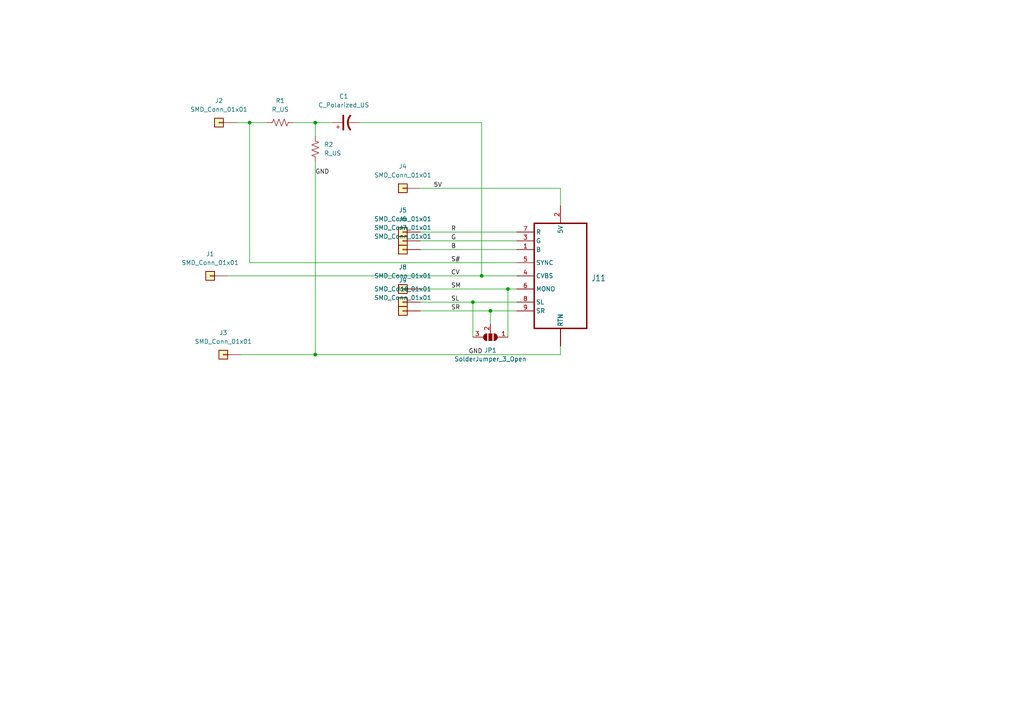
<source format=kicad_sch>
(kicad_sch (version 20211123) (generator eeschema)

  (uuid f3daa2d1-18c0-449f-861c-a384bc330c11)

  (paper "A4")

  (lib_symbols
    (symbol "Device:C_Polarized_US" (pin_numbers hide) (pin_names (offset 0.254) hide) (in_bom yes) (on_board yes)
      (property "Reference" "C" (id 0) (at 0.635 2.54 0)
        (effects (font (size 1.27 1.27)) (justify left))
      )
      (property "Value" "C_Polarized_US" (id 1) (at 0.635 -2.54 0)
        (effects (font (size 1.27 1.27)) (justify left))
      )
      (property "Footprint" "" (id 2) (at 0 0 0)
        (effects (font (size 1.27 1.27)) hide)
      )
      (property "Datasheet" "~" (id 3) (at 0 0 0)
        (effects (font (size 1.27 1.27)) hide)
      )
      (property "ki_keywords" "cap capacitor" (id 4) (at 0 0 0)
        (effects (font (size 1.27 1.27)) hide)
      )
      (property "ki_description" "Polarized capacitor, US symbol" (id 5) (at 0 0 0)
        (effects (font (size 1.27 1.27)) hide)
      )
      (property "ki_fp_filters" "CP_*" (id 6) (at 0 0 0)
        (effects (font (size 1.27 1.27)) hide)
      )
      (symbol "C_Polarized_US_0_1"
        (polyline
          (pts
            (xy -2.032 0.762)
            (xy 2.032 0.762)
          )
          (stroke (width 0.508) (type default) (color 0 0 0 0))
          (fill (type none))
        )
        (polyline
          (pts
            (xy -1.778 2.286)
            (xy -0.762 2.286)
          )
          (stroke (width 0) (type default) (color 0 0 0 0))
          (fill (type none))
        )
        (polyline
          (pts
            (xy -1.27 1.778)
            (xy -1.27 2.794)
          )
          (stroke (width 0) (type default) (color 0 0 0 0))
          (fill (type none))
        )
        (arc (start 2.032 -1.27) (mid 0 -0.5572) (end -2.032 -1.27)
          (stroke (width 0.508) (type default) (color 0 0 0 0))
          (fill (type none))
        )
      )
      (symbol "C_Polarized_US_1_1"
        (pin passive line (at 0 3.81 270) (length 2.794)
          (name "~" (effects (font (size 1.27 1.27))))
          (number "1" (effects (font (size 1.27 1.27))))
        )
        (pin passive line (at 0 -3.81 90) (length 3.302)
          (name "~" (effects (font (size 1.27 1.27))))
          (number "2" (effects (font (size 1.27 1.27))))
        )
      )
    )
    (symbol "Device:R_US" (pin_numbers hide) (pin_names (offset 0)) (in_bom yes) (on_board yes)
      (property "Reference" "R" (id 0) (at 2.54 0 90)
        (effects (font (size 1.27 1.27)))
      )
      (property "Value" "R_US" (id 1) (at -2.54 0 90)
        (effects (font (size 1.27 1.27)))
      )
      (property "Footprint" "" (id 2) (at 1.016 -0.254 90)
        (effects (font (size 1.27 1.27)) hide)
      )
      (property "Datasheet" "~" (id 3) (at 0 0 0)
        (effects (font (size 1.27 1.27)) hide)
      )
      (property "ki_keywords" "R res resistor" (id 4) (at 0 0 0)
        (effects (font (size 1.27 1.27)) hide)
      )
      (property "ki_description" "Resistor, US symbol" (id 5) (at 0 0 0)
        (effects (font (size 1.27 1.27)) hide)
      )
      (property "ki_fp_filters" "R_*" (id 6) (at 0 0 0)
        (effects (font (size 1.27 1.27)) hide)
      )
      (symbol "R_US_0_1"
        (polyline
          (pts
            (xy 0 -2.286)
            (xy 0 -2.54)
          )
          (stroke (width 0) (type default) (color 0 0 0 0))
          (fill (type none))
        )
        (polyline
          (pts
            (xy 0 2.286)
            (xy 0 2.54)
          )
          (stroke (width 0) (type default) (color 0 0 0 0))
          (fill (type none))
        )
        (polyline
          (pts
            (xy 0 -0.762)
            (xy 1.016 -1.143)
            (xy 0 -1.524)
            (xy -1.016 -1.905)
            (xy 0 -2.286)
          )
          (stroke (width 0) (type default) (color 0 0 0 0))
          (fill (type none))
        )
        (polyline
          (pts
            (xy 0 0.762)
            (xy 1.016 0.381)
            (xy 0 0)
            (xy -1.016 -0.381)
            (xy 0 -0.762)
          )
          (stroke (width 0) (type default) (color 0 0 0 0))
          (fill (type none))
        )
        (polyline
          (pts
            (xy 0 2.286)
            (xy 1.016 1.905)
            (xy 0 1.524)
            (xy -1.016 1.143)
            (xy 0 0.762)
          )
          (stroke (width 0) (type default) (color 0 0 0 0))
          (fill (type none))
        )
      )
      (symbol "R_US_1_1"
        (pin passive line (at 0 3.81 270) (length 1.27)
          (name "~" (effects (font (size 1.27 1.27))))
          (number "1" (effects (font (size 1.27 1.27))))
        )
        (pin passive line (at 0 -3.81 90) (length 1.27)
          (name "~" (effects (font (size 1.27 1.27))))
          (number "2" (effects (font (size 1.27 1.27))))
        )
      )
    )
    (symbol "Jumper:SolderJumper_3_Open" (pin_names (offset 0) hide) (in_bom yes) (on_board yes)
      (property "Reference" "JP" (id 0) (at -2.54 -2.54 0)
        (effects (font (size 1.27 1.27)))
      )
      (property "Value" "SolderJumper_3_Open" (id 1) (at 0 2.794 0)
        (effects (font (size 1.27 1.27)))
      )
      (property "Footprint" "" (id 2) (at 0 0 0)
        (effects (font (size 1.27 1.27)) hide)
      )
      (property "Datasheet" "~" (id 3) (at 0 0 0)
        (effects (font (size 1.27 1.27)) hide)
      )
      (property "ki_keywords" "Solder Jumper SPDT" (id 4) (at 0 0 0)
        (effects (font (size 1.27 1.27)) hide)
      )
      (property "ki_description" "Solder Jumper, 3-pole, open" (id 5) (at 0 0 0)
        (effects (font (size 1.27 1.27)) hide)
      )
      (property "ki_fp_filters" "SolderJumper*Open*" (id 6) (at 0 0 0)
        (effects (font (size 1.27 1.27)) hide)
      )
      (symbol "SolderJumper_3_Open_0_1"
        (arc (start -1.016 1.016) (mid -2.032 0) (end -1.016 -1.016)
          (stroke (width 0) (type default) (color 0 0 0 0))
          (fill (type none))
        )
        (arc (start -1.016 1.016) (mid -2.032 0) (end -1.016 -1.016)
          (stroke (width 0) (type default) (color 0 0 0 0))
          (fill (type outline))
        )
        (rectangle (start -0.508 1.016) (end 0.508 -1.016)
          (stroke (width 0) (type default) (color 0 0 0 0))
          (fill (type outline))
        )
        (polyline
          (pts
            (xy -2.54 0)
            (xy -2.032 0)
          )
          (stroke (width 0) (type default) (color 0 0 0 0))
          (fill (type none))
        )
        (polyline
          (pts
            (xy -1.016 1.016)
            (xy -1.016 -1.016)
          )
          (stroke (width 0) (type default) (color 0 0 0 0))
          (fill (type none))
        )
        (polyline
          (pts
            (xy 0 -1.27)
            (xy 0 -1.016)
          )
          (stroke (width 0) (type default) (color 0 0 0 0))
          (fill (type none))
        )
        (polyline
          (pts
            (xy 1.016 1.016)
            (xy 1.016 -1.016)
          )
          (stroke (width 0) (type default) (color 0 0 0 0))
          (fill (type none))
        )
        (polyline
          (pts
            (xy 2.54 0)
            (xy 2.032 0)
          )
          (stroke (width 0) (type default) (color 0 0 0 0))
          (fill (type none))
        )
        (arc (start 1.016 -1.016) (mid 2.032 0) (end 1.016 1.016)
          (stroke (width 0) (type default) (color 0 0 0 0))
          (fill (type none))
        )
        (arc (start 1.016 -1.016) (mid 2.032 0) (end 1.016 1.016)
          (stroke (width 0) (type default) (color 0 0 0 0))
          (fill (type outline))
        )
      )
      (symbol "SolderJumper_3_Open_1_1"
        (pin passive line (at -5.08 0 0) (length 2.54)
          (name "A" (effects (font (size 1.27 1.27))))
          (number "1" (effects (font (size 1.27 1.27))))
        )
        (pin passive line (at 0 -3.81 90) (length 2.54)
          (name "C" (effects (font (size 1.27 1.27))))
          (number "2" (effects (font (size 1.27 1.27))))
        )
        (pin passive line (at 5.08 0 180) (length 2.54)
          (name "B" (effects (font (size 1.27 1.27))))
          (number "3" (effects (font (size 1.27 1.27))))
        )
      )
    )
    (symbol "My_Library:MD-90SM_MD2" (in_bom yes) (on_board yes)
      (property "Reference" "J" (id 0) (at 2.54 17.145 0)
        (effects (font (size 1.778 1.5113)) (justify left bottom))
      )
      (property "Value" "MD-90SM_MD2" (id 1) (at 15.24 12.7 0)
        (effects (font (size 1.27 1.27)) hide)
      )
      (property "Footprint" "SnapEDA:CUI_MD-90SM" (id 2) (at 21.59 15.24 0)
        (effects (font (size 1.27 1.27)) hide)
      )
      (property "Datasheet" "" (id 3) (at -7.62 6.35 0)
        (effects (font (size 1.27 1.27)) hide)
      )
      (symbol "MD-90SM_MD2_1_0"
        (polyline
          (pts
            (xy -7.62 -13.97)
            (xy 7.62 -13.97)
          )
          (stroke (width 0.4064) (type default) (color 0 0 0 0))
          (fill (type none))
        )
        (polyline
          (pts
            (xy -7.62 16.51)
            (xy -7.62 -13.97)
          )
          (stroke (width 0.4064) (type default) (color 0 0 0 0))
          (fill (type none))
        )
        (polyline
          (pts
            (xy 7.62 -13.97)
            (xy 7.62 16.51)
          )
          (stroke (width 0.4064) (type default) (color 0 0 0 0))
          (fill (type none))
        )
        (polyline
          (pts
            (xy 7.62 16.51)
            (xy -7.62 16.51)
          )
          (stroke (width 0.4064) (type default) (color 0 0 0 0))
          (fill (type none))
        )
        (pin bidirectional line (at -12.7 8.89 0) (length 5.08)
          (name "B" (effects (font (size 1.27 1.27))))
          (number "1" (effects (font (size 1.27 1.27))))
        )
        (pin bidirectional line (at 0 21.59 270) (length 5.08)
          (name "5V" (effects (font (size 1.27 1.27))))
          (number "2" (effects (font (size 1.27 1.27))))
        )
        (pin bidirectional line (at -12.7 11.43 0) (length 5.08)
          (name "G" (effects (font (size 1.27 1.27))))
          (number "3" (effects (font (size 1.27 1.27))))
        )
        (pin bidirectional line (at -12.7 1.27 0) (length 5.08)
          (name "CVBS" (effects (font (size 1.27 1.27))))
          (number "4" (effects (font (size 1.27 1.27))))
        )
        (pin bidirectional line (at -12.7 5.08 0) (length 5.08)
          (name "SYNC" (effects (font (size 1.27 1.27))))
          (number "5" (effects (font (size 1.27 1.27))))
        )
        (pin bidirectional line (at -12.7 -2.54 0) (length 5.08)
          (name "MONO" (effects (font (size 1.27 1.27))))
          (number "6" (effects (font (size 1.27 1.27))))
        )
        (pin bidirectional line (at -12.7 13.97 0) (length 5.08)
          (name "R" (effects (font (size 1.27 1.27))))
          (number "7" (effects (font (size 1.27 1.27))))
        )
        (pin bidirectional line (at -12.7 -6.35 0) (length 5.08)
          (name "SL" (effects (font (size 1.27 1.27))))
          (number "8" (effects (font (size 1.27 1.27))))
        )
        (pin bidirectional line (at -12.7 -8.89 0) (length 5.08)
          (name "SR" (effects (font (size 1.27 1.27))))
          (number "9" (effects (font (size 1.27 1.27))))
        )
        (pin bidirectional line (at 0 -19.05 90) (length 5.08)
          (name "RTN" (effects (font (size 1.27 1.27))))
          (number "S1" (effects (font (size 0 0))))
        )
        (pin bidirectional line (at 0 -19.05 90) (length 5.08)
          (name "RTN" (effects (font (size 1.27 1.27))))
          (number "S2" (effects (font (size 0 0))))
        )
        (pin bidirectional line (at 0 -19.05 90) (length 5.08)
          (name "RTN" (effects (font (size 1.27 1.27))))
          (number "S3" (effects (font (size 0 0))))
        )
      )
    )
    (symbol "My_Library:SMD_Conn_01x01" (pin_numbers hide) (pin_names (offset 1.016) hide) (in_bom no) (on_board yes)
      (property "Reference" "J" (id 0) (at 0 2.54 0)
        (effects (font (size 1.27 1.27)))
      )
      (property "Value" "SMD_Conn_01x01" (id 1) (at 0 -2.54 0)
        (effects (font (size 1.27 1.27)))
      )
      (property "Footprint" "MyLibrary:SolderWirePad_1x01_SMD_1x2mm" (id 2) (at 0 0 0)
        (effects (font (size 1.27 1.27)) hide)
      )
      (property "Datasheet" "~" (id 3) (at 0 0 0)
        (effects (font (size 1.27 1.27)) hide)
      )
      (property "ki_keywords" "connector" (id 4) (at 0 0 0)
        (effects (font (size 1.27 1.27)) hide)
      )
      (property "ki_description" "Generic connector, single row, 01x01, script generated (kicad-library-utils/schlib/autogen/connector/)" (id 5) (at 0 0 0)
        (effects (font (size 1.27 1.27)) hide)
      )
      (property "ki_fp_filters" "Connector*:*_1x??_*" (id 6) (at 0 0 0)
        (effects (font (size 1.27 1.27)) hide)
      )
      (symbol "SMD_Conn_01x01_1_1"
        (rectangle (start 1.27 -1.27) (end -1.27 1.27)
          (stroke (width 0.254) (type default) (color 0 0 0 0))
          (fill (type background))
        )
        (rectangle (start 1.27 -0.127) (end 0 0.127)
          (stroke (width 0.1524) (type default) (color 0 0 0 0))
          (fill (type none))
        )
        (pin passive line (at 5.08 0 180) (length 3.81)
          (name "Pin_1" (effects (font (size 1.27 1.27))))
          (number "1" (effects (font (size 1.27 1.27))))
        )
      )
    )
  )

  (junction (at 91.44 102.87) (diameter 0) (color 0 0 0 0)
    (uuid 27dc8612-e232-4475-a4b7-eb64395ac028)
  )
  (junction (at 137.16 87.63) (diameter 0) (color 0 0 0 0)
    (uuid 3971b14a-0b90-43b4-a286-96b0a7441f6b)
  )
  (junction (at 91.44 35.56) (diameter 0) (color 0 0 0 0)
    (uuid 412655f4-06c4-4976-8c7c-eb056a46786d)
  )
  (junction (at 147.32 83.82) (diameter 0) (color 0 0 0 0)
    (uuid 6dae03b7-7058-4d16-a1e7-8ac224a9c7b2)
  )
  (junction (at 72.39 35.56) (diameter 0) (color 0 0 0 0)
    (uuid e79a8528-4569-4724-9965-e44fc8192fea)
  )
  (junction (at 139.7 80.01) (diameter 0) (color 0 0 0 0)
    (uuid f34fc665-67e9-42d2-9df2-38f29aba6587)
  )
  (junction (at 142.24 90.17) (diameter 0) (color 0 0 0 0)
    (uuid fc85b5f1-d575-486c-b1de-8354d29567f7)
  )

  (wire (pts (xy 147.32 83.82) (xy 149.86 83.82))
    (stroke (width 0) (type default) (color 0 0 0 0))
    (uuid 0b9239aa-ea48-40c4-9ebe-48a18ff0fa10)
  )
  (wire (pts (xy 137.16 87.63) (xy 149.86 87.63))
    (stroke (width 0) (type default) (color 0 0 0 0))
    (uuid 0f83ce12-22ac-492e-a198-b0633c9acc5d)
  )
  (wire (pts (xy 91.44 102.87) (xy 162.56 102.87))
    (stroke (width 0) (type default) (color 0 0 0 0))
    (uuid 10bc8cd3-a892-4a19-8643-18df8fe64d44)
  )
  (wire (pts (xy 85.09 35.56) (xy 91.44 35.56))
    (stroke (width 0) (type default) (color 0 0 0 0))
    (uuid 12bf0de8-5d6d-40c5-a22d-b2e4f4da8ba3)
  )
  (wire (pts (xy 121.92 90.17) (xy 142.24 90.17))
    (stroke (width 0) (type default) (color 0 0 0 0))
    (uuid 1ec39536-3224-433f-a5d6-0730a77ae796)
  )
  (wire (pts (xy 104.14 35.56) (xy 139.7 35.56))
    (stroke (width 0) (type default) (color 0 0 0 0))
    (uuid 2607264d-7f52-45e5-b752-13b5229c155b)
  )
  (wire (pts (xy 72.39 76.2) (xy 149.86 76.2))
    (stroke (width 0) (type default) (color 0 0 0 0))
    (uuid 302c6b24-809f-488e-becf-052698e08141)
  )
  (wire (pts (xy 72.39 35.56) (xy 77.47 35.56))
    (stroke (width 0) (type default) (color 0 0 0 0))
    (uuid 3c997572-144c-4a86-b378-a86c0f0fea9e)
  )
  (wire (pts (xy 137.16 87.63) (xy 137.16 97.79))
    (stroke (width 0) (type default) (color 0 0 0 0))
    (uuid 49a80a9c-d9ff-487e-a4d4-24dbcab17265)
  )
  (wire (pts (xy 121.92 67.31) (xy 149.86 67.31))
    (stroke (width 0) (type default) (color 0 0 0 0))
    (uuid 6b147705-e34e-405f-b0e5-da71acefc161)
  )
  (wire (pts (xy 121.92 69.85) (xy 149.86 69.85))
    (stroke (width 0) (type default) (color 0 0 0 0))
    (uuid 6efdc2da-6a63-44af-a091-9e69144c7667)
  )
  (wire (pts (xy 142.24 90.17) (xy 149.86 90.17))
    (stroke (width 0) (type default) (color 0 0 0 0))
    (uuid 74fcacdb-4fe9-43ff-a969-274ae1689a7a)
  )
  (wire (pts (xy 66.04 80.01) (xy 139.7 80.01))
    (stroke (width 0) (type default) (color 0 0 0 0))
    (uuid 7ae14298-7d13-49ba-8f53-21a739988d41)
  )
  (wire (pts (xy 162.56 54.61) (xy 162.56 59.69))
    (stroke (width 0) (type default) (color 0 0 0 0))
    (uuid 7d745c27-4228-4796-90ce-f2694da2e71d)
  )
  (wire (pts (xy 68.58 35.56) (xy 72.39 35.56))
    (stroke (width 0) (type default) (color 0 0 0 0))
    (uuid 85a6fdb6-c1a4-4929-baa6-d5cea36ddd8c)
  )
  (wire (pts (xy 91.44 46.99) (xy 91.44 102.87))
    (stroke (width 0) (type default) (color 0 0 0 0))
    (uuid 980f5be3-b774-49ad-8f9a-c710eeaddacc)
  )
  (wire (pts (xy 147.32 83.82) (xy 147.32 97.79))
    (stroke (width 0) (type default) (color 0 0 0 0))
    (uuid 9e425df8-013b-4f9b-8ebf-dc998a577bfa)
  )
  (wire (pts (xy 121.92 83.82) (xy 147.32 83.82))
    (stroke (width 0) (type default) (color 0 0 0 0))
    (uuid a850dd7b-3030-478a-a4a9-c21617a28543)
  )
  (wire (pts (xy 91.44 35.56) (xy 96.52 35.56))
    (stroke (width 0) (type default) (color 0 0 0 0))
    (uuid ae4d423c-8ef9-4eae-9fe7-c4d135e87b6d)
  )
  (wire (pts (xy 162.56 102.87) (xy 162.56 100.33))
    (stroke (width 0) (type default) (color 0 0 0 0))
    (uuid b15b494d-1830-471a-bdd2-a170a1102f67)
  )
  (wire (pts (xy 121.92 72.39) (xy 149.86 72.39))
    (stroke (width 0) (type default) (color 0 0 0 0))
    (uuid b3558924-e0f1-429a-899f-80873aafb9dc)
  )
  (wire (pts (xy 91.44 35.56) (xy 91.44 39.37))
    (stroke (width 0) (type default) (color 0 0 0 0))
    (uuid c48abcd1-77a7-4abb-bc98-9038ecce5216)
  )
  (wire (pts (xy 139.7 35.56) (xy 139.7 80.01))
    (stroke (width 0) (type default) (color 0 0 0 0))
    (uuid d0428420-01d1-44a2-92f7-421bd8981201)
  )
  (wire (pts (xy 142.24 90.17) (xy 142.24 93.98))
    (stroke (width 0) (type default) (color 0 0 0 0))
    (uuid dc1b3321-509f-4ea9-a654-e1a59e757e3b)
  )
  (wire (pts (xy 69.85 102.87) (xy 91.44 102.87))
    (stroke (width 0) (type default) (color 0 0 0 0))
    (uuid e07fa817-7702-4580-bb05-4747f02600c7)
  )
  (wire (pts (xy 139.7 80.01) (xy 149.86 80.01))
    (stroke (width 0) (type default) (color 0 0 0 0))
    (uuid e8d367dc-64ab-4035-9bdc-05dad20497ae)
  )
  (wire (pts (xy 121.92 87.63) (xy 137.16 87.63))
    (stroke (width 0) (type default) (color 0 0 0 0))
    (uuid e8fa46bb-1a3c-440b-bf63-74b4a51f564f)
  )
  (wire (pts (xy 72.39 76.2) (xy 72.39 35.56))
    (stroke (width 0) (type default) (color 0 0 0 0))
    (uuid eeb5cb81-68b7-45ef-873d-84a92df6d6d9)
  )
  (wire (pts (xy 121.92 54.61) (xy 162.56 54.61))
    (stroke (width 0) (type default) (color 0 0 0 0))
    (uuid ff2b3ae1-07df-4603-8254-d9f8dcb2cb43)
  )

  (label "SR" (at 130.81 90.17 0)
    (effects (font (size 1.27 1.27)) (justify left bottom))
    (uuid 04498442-798f-4106-9c40-a7893d809272)
  )
  (label "SM" (at 130.81 83.82 0)
    (effects (font (size 1.27 1.27)) (justify left bottom))
    (uuid 0c6ff8ec-dd6e-408d-9e34-cab2327791f5)
  )
  (label "GND" (at 91.44 50.8 0)
    (effects (font (size 1.27 1.27)) (justify left bottom))
    (uuid 12628ffc-8d03-4442-9a5b-530e5c3ab82f)
  )
  (label "SL" (at 130.81 87.63 0)
    (effects (font (size 1.27 1.27)) (justify left bottom))
    (uuid 150d5530-3cce-4082-a4ee-00a5f0ede401)
  )
  (label "R" (at 130.81 67.31 0)
    (effects (font (size 1.27 1.27)) (justify left bottom))
    (uuid 53f9dba9-4fed-4177-ad39-5e1cb7d8eefb)
  )
  (label "S#" (at 130.81 76.2 0)
    (effects (font (size 1.27 1.27)) (justify left bottom))
    (uuid 6befbdbe-af4f-49c7-8a39-f15892742140)
  )
  (label "GND" (at 135.89 102.87 0)
    (effects (font (size 1.27 1.27)) (justify left bottom))
    (uuid 7959cc78-2c1b-4b83-b1aa-8d0837791779)
  )
  (label "CV" (at 130.81 80.01 0)
    (effects (font (size 1.27 1.27)) (justify left bottom))
    (uuid cd4ff328-8ddc-4cc8-ad76-13dfcd9e4edd)
  )
  (label "5V" (at 125.73 54.61 0)
    (effects (font (size 1.27 1.27)) (justify left bottom))
    (uuid cdd15951-13ed-4c18-ad04-30db2b3a31dc)
  )
  (label "B" (at 130.81 72.39 0)
    (effects (font (size 1.27 1.27)) (justify left bottom))
    (uuid de40be5a-0a98-4623-ab8c-5f7cf4c16fe9)
  )
  (label "G" (at 130.81 69.85 0)
    (effects (font (size 1.27 1.27)) (justify left bottom))
    (uuid f4ce213b-62ec-4043-a9e8-4e6192d5d822)
  )

  (symbol (lib_id "My_Library:SMD_Conn_01x01") (at 64.77 102.87 0) (unit 1)
    (in_bom no) (on_board yes) (fields_autoplaced)
    (uuid 0072354c-9e14-4a71-9c7b-19d153fe129d)
    (property "Reference" "J3" (id 0) (at 64.77 96.52 0))
    (property "Value" "SMD_Conn_01x01" (id 1) (at 64.77 99.06 0))
    (property "Footprint" "MyLibrary:SolderWirePad_1x01_SMD_1x2mm" (id 2) (at 64.77 102.87 0)
      (effects (font (size 1.27 1.27)) hide)
    )
    (property "Datasheet" "~" (id 3) (at 64.77 102.87 0)
      (effects (font (size 1.27 1.27)) hide)
    )
    (pin "1" (uuid 7bea8f00-61ee-4945-a005-6b38300b12b7))
  )

  (symbol (lib_id "Device:R_US") (at 91.44 43.18 180) (unit 1)
    (in_bom yes) (on_board yes) (fields_autoplaced)
    (uuid 0a5b10c8-8b94-4c91-820e-1af5fdd58920)
    (property "Reference" "R2" (id 0) (at 93.98 41.9099 0)
      (effects (font (size 1.27 1.27)) (justify right))
    )
    (property "Value" "R_US" (id 1) (at 93.98 44.4499 0)
      (effects (font (size 1.27 1.27)) (justify right))
    )
    (property "Footprint" "" (id 2) (at 90.424 42.926 90)
      (effects (font (size 1.27 1.27)) hide)
    )
    (property "Datasheet" "~" (id 3) (at 91.44 43.18 0)
      (effects (font (size 1.27 1.27)) hide)
    )
    (pin "1" (uuid d5bf6ca3-0419-4664-99db-733e95b144da))
    (pin "2" (uuid f1c8ee81-4cf5-48bd-bc6f-8a0e0f8486c0))
  )

  (symbol (lib_id "My_Library:SMD_Conn_01x01") (at 63.5 35.56 0) (unit 1)
    (in_bom no) (on_board yes) (fields_autoplaced)
    (uuid 149a22ba-5f05-49dc-b4fe-7cc02f2012db)
    (property "Reference" "J2" (id 0) (at 63.5 29.21 0))
    (property "Value" "SMD_Conn_01x01" (id 1) (at 63.5 31.75 0))
    (property "Footprint" "MyLibrary:SolderWirePad_1x01_SMD_1x2mm" (id 2) (at 63.5 35.56 0)
      (effects (font (size 1.27 1.27)) hide)
    )
    (property "Datasheet" "~" (id 3) (at 63.5 35.56 0)
      (effects (font (size 1.27 1.27)) hide)
    )
    (pin "1" (uuid 38cf1a34-59e7-47cf-a732-8108c2fe763d))
  )

  (symbol (lib_id "My_Library:MD-90SM_MD2") (at 162.56 81.28 0) (unit 1)
    (in_bom yes) (on_board yes) (fields_autoplaced)
    (uuid 24043597-06cd-4243-8b04-95d9ce6915bf)
    (property "Reference" "J11" (id 0) (at 171.45 80.645 0)
      (effects (font (size 1.778 1.5113)) (justify left))
    )
    (property "Value" "MD-90SM_MD2" (id 1) (at 177.8 68.58 0)
      (effects (font (size 1.27 1.27)) hide)
    )
    (property "Footprint" "SnapEDA:CUI_MD-90SM" (id 2) (at 184.15 66.04 0)
      (effects (font (size 1.27 1.27)) hide)
    )
    (property "Datasheet" "" (id 3) (at 154.94 74.93 0)
      (effects (font (size 1.27 1.27)) hide)
    )
    (pin "1" (uuid d6826aed-ef58-4cc3-861c-70674545cdeb))
    (pin "2" (uuid e853c7ea-a983-4c1d-b07b-850d86329514))
    (pin "3" (uuid bde8e0d1-5fa5-4bde-bab4-0372af7972d5))
    (pin "4" (uuid ac6e485c-3eac-4853-8041-e2cc66f81310))
    (pin "5" (uuid c89325e6-0798-46f2-b22c-4a72d92ea98e))
    (pin "6" (uuid 90208f0d-bca4-4d7c-8567-1ba4f4c2f98d))
    (pin "7" (uuid 821302cc-9b3d-4237-b328-e0609a226ec2))
    (pin "8" (uuid 6064cb3c-0bb0-49c6-b174-79e47ae8d200))
    (pin "9" (uuid 804a7d01-3487-43e8-b349-805e43ab84ac))
    (pin "S1" (uuid e5b73b0e-faa4-412b-ae80-f34cf2c929f3))
    (pin "S2" (uuid 1098d131-d8ae-47ff-8865-8cf085f3480e))
    (pin "S3" (uuid 889cf075-5c25-4e8e-9896-c41b7bf6d18a))
  )

  (symbol (lib_id "Device:R_US") (at 81.28 35.56 90) (unit 1)
    (in_bom yes) (on_board yes) (fields_autoplaced)
    (uuid 3468ec59-757b-4fb3-ad33-6765c5588d73)
    (property "Reference" "R1" (id 0) (at 81.28 29.21 90))
    (property "Value" "R_US" (id 1) (at 81.28 31.75 90))
    (property "Footprint" "" (id 2) (at 81.534 34.544 90)
      (effects (font (size 1.27 1.27)) hide)
    )
    (property "Datasheet" "~" (id 3) (at 81.28 35.56 0)
      (effects (font (size 1.27 1.27)) hide)
    )
    (pin "1" (uuid 37e6ca77-3b00-43bd-85d7-19d16bc3ac4c))
    (pin "2" (uuid c37c8615-f769-4f8d-b373-053433b27ce2))
  )

  (symbol (lib_id "My_Library:SMD_Conn_01x01") (at 116.84 72.39 0) (unit 1)
    (in_bom no) (on_board yes) (fields_autoplaced)
    (uuid 4aed4819-6b2b-4e4f-b3a5-b52ed73565ef)
    (property "Reference" "J7" (id 0) (at 116.84 66.04 0))
    (property "Value" "SMD_Conn_01x01" (id 1) (at 116.84 68.58 0))
    (property "Footprint" "MyLibrary:SolderWirePad_1x01_SMD_1x2mm" (id 2) (at 116.84 72.39 0)
      (effects (font (size 1.27 1.27)) hide)
    )
    (property "Datasheet" "~" (id 3) (at 116.84 72.39 0)
      (effects (font (size 1.27 1.27)) hide)
    )
    (pin "1" (uuid 9bb824a4-dcd3-4e7e-bd5c-6b10db47db32))
  )

  (symbol (lib_id "My_Library:SMD_Conn_01x01") (at 60.96 80.01 0) (unit 1)
    (in_bom no) (on_board yes)
    (uuid 5b720d20-b251-4bda-a7d0-5e6b06d28355)
    (property "Reference" "J1" (id 0) (at 60.96 73.66 0))
    (property "Value" "SMD_Conn_01x01" (id 1) (at 60.96 76.2 0))
    (property "Footprint" "MyLibrary:SolderWirePad_1x01_SMD_1x2mm" (id 2) (at 60.96 80.01 0)
      (effects (font (size 1.27 1.27)) hide)
    )
    (property "Datasheet" "~" (id 3) (at 60.96 80.01 0)
      (effects (font (size 1.27 1.27)) hide)
    )
    (pin "1" (uuid 6bcb75a1-17d9-43f8-820b-501edb017777))
  )

  (symbol (lib_id "My_Library:SMD_Conn_01x01") (at 116.84 67.31 0) (unit 1)
    (in_bom no) (on_board yes) (fields_autoplaced)
    (uuid 64a1a858-506a-4187-af22-c3a742c6815d)
    (property "Reference" "J5" (id 0) (at 116.84 60.96 0))
    (property "Value" "SMD_Conn_01x01" (id 1) (at 116.84 63.5 0))
    (property "Footprint" "MyLibrary:SolderWirePad_1x01_SMD_1x2mm" (id 2) (at 116.84 67.31 0)
      (effects (font (size 1.27 1.27)) hide)
    )
    (property "Datasheet" "~" (id 3) (at 116.84 67.31 0)
      (effects (font (size 1.27 1.27)) hide)
    )
    (pin "1" (uuid 055609c0-3b5e-4918-8743-a7ad845a4125))
  )

  (symbol (lib_id "My_Library:SMD_Conn_01x01") (at 116.84 83.82 0) (unit 1)
    (in_bom no) (on_board yes) (fields_autoplaced)
    (uuid 7677fe96-d470-4fd1-a502-6b9bb1167f40)
    (property "Reference" "J8" (id 0) (at 116.84 77.47 0))
    (property "Value" "SMD_Conn_01x01" (id 1) (at 116.84 80.01 0))
    (property "Footprint" "MyLibrary:SolderWirePad_1x01_SMD_1x2mm" (id 2) (at 116.84 83.82 0)
      (effects (font (size 1.27 1.27)) hide)
    )
    (property "Datasheet" "~" (id 3) (at 116.84 83.82 0)
      (effects (font (size 1.27 1.27)) hide)
    )
    (pin "1" (uuid 87d30b37-08d0-4977-86d8-e2808dda5478))
  )

  (symbol (lib_id "My_Library:SMD_Conn_01x01") (at 116.84 69.85 0) (unit 1)
    (in_bom no) (on_board yes) (fields_autoplaced)
    (uuid 7cb58a13-8c8e-4a7c-8543-098682196fd4)
    (property "Reference" "J6" (id 0) (at 116.84 63.5 0))
    (property "Value" "SMD_Conn_01x01" (id 1) (at 116.84 66.04 0))
    (property "Footprint" "MyLibrary:SolderWirePad_1x01_SMD_1x2mm" (id 2) (at 116.84 69.85 0)
      (effects (font (size 1.27 1.27)) hide)
    )
    (property "Datasheet" "~" (id 3) (at 116.84 69.85 0)
      (effects (font (size 1.27 1.27)) hide)
    )
    (pin "1" (uuid 048f5dbf-d9da-4cad-8f96-8f9ebff6be1b))
  )

  (symbol (lib_id "Device:C_Polarized_US") (at 100.33 35.56 90) (unit 1)
    (in_bom yes) (on_board yes) (fields_autoplaced)
    (uuid a160c96f-a948-45f1-ad6c-8e511fc08ddc)
    (property "Reference" "C1" (id 0) (at 99.695 27.94 90))
    (property "Value" "C_Polarized_US" (id 1) (at 99.695 30.48 90))
    (property "Footprint" "" (id 2) (at 100.33 35.56 0)
      (effects (font (size 1.27 1.27)) hide)
    )
    (property "Datasheet" "~" (id 3) (at 100.33 35.56 0)
      (effects (font (size 1.27 1.27)) hide)
    )
    (pin "1" (uuid d48d5dbe-0699-4d77-a861-51d9607c30ce))
    (pin "2" (uuid a5346758-67a9-4701-8b07-d055a40d5e17))
  )

  (symbol (lib_id "My_Library:SMD_Conn_01x01") (at 116.84 54.61 0) (unit 1)
    (in_bom no) (on_board yes) (fields_autoplaced)
    (uuid d242833e-aa1f-4248-a27f-26bd8966160c)
    (property "Reference" "J4" (id 0) (at 116.84 48.26 0))
    (property "Value" "SMD_Conn_01x01" (id 1) (at 116.84 50.8 0))
    (property "Footprint" "MyLibrary:SolderWirePad_1x01_SMD_1x2mm" (id 2) (at 116.84 54.61 0)
      (effects (font (size 1.27 1.27)) hide)
    )
    (property "Datasheet" "~" (id 3) (at 116.84 54.61 0)
      (effects (font (size 1.27 1.27)) hide)
    )
    (pin "1" (uuid a859573d-4e27-4a83-94fe-e2c8cbab37bc))
  )

  (symbol (lib_id "Jumper:SolderJumper_3_Open") (at 142.24 97.79 180) (unit 1)
    (in_bom yes) (on_board yes) (fields_autoplaced)
    (uuid d411ccce-47b9-4eea-a2e8-3d10408f45e5)
    (property "Reference" "JP1" (id 0) (at 142.24 101.6 0))
    (property "Value" "SolderJumper_3_Open" (id 1) (at 142.24 104.14 0))
    (property "Footprint" "Jumper:SolderJumper-3_P2.0mm_Open_TrianglePad1.0x1.5mm" (id 2) (at 142.24 97.79 0)
      (effects (font (size 1.27 1.27)) hide)
    )
    (property "Datasheet" "~" (id 3) (at 142.24 97.79 0)
      (effects (font (size 1.27 1.27)) hide)
    )
    (pin "1" (uuid 1ad5f760-43f9-4ccd-bb2a-336beb3ca17a))
    (pin "2" (uuid 4039dd1f-5783-4090-acf2-2897f28c39fe))
    (pin "3" (uuid 4a3b416a-bd82-4778-b7c1-90fc13fc0173))
  )

  (symbol (lib_id "My_Library:SMD_Conn_01x01") (at 116.84 90.17 0) (unit 1)
    (in_bom no) (on_board yes) (fields_autoplaced)
    (uuid ebeb25f0-3fb5-4ac5-bd99-aed99dc5f923)
    (property "Reference" "J10" (id 0) (at 116.84 83.82 0))
    (property "Value" "SMD_Conn_01x01" (id 1) (at 116.84 86.36 0))
    (property "Footprint" "MyLibrary:SolderWirePad_1x01_SMD_1x2mm" (id 2) (at 116.84 90.17 0)
      (effects (font (size 1.27 1.27)) hide)
    )
    (property "Datasheet" "~" (id 3) (at 116.84 90.17 0)
      (effects (font (size 1.27 1.27)) hide)
    )
    (pin "1" (uuid 72aac772-15d6-460b-afc0-79fe2af87d48))
  )

  (symbol (lib_id "My_Library:SMD_Conn_01x01") (at 116.84 87.63 0) (unit 1)
    (in_bom no) (on_board yes) (fields_autoplaced)
    (uuid fa715946-ca67-4329-88b7-935d5dcd738e)
    (property "Reference" "J9" (id 0) (at 116.84 81.28 0))
    (property "Value" "SMD_Conn_01x01" (id 1) (at 116.84 83.82 0))
    (property "Footprint" "MyLibrary:SolderWirePad_1x01_SMD_1x2mm" (id 2) (at 116.84 87.63 0)
      (effects (font (size 1.27 1.27)) hide)
    )
    (property "Datasheet" "~" (id 3) (at 116.84 87.63 0)
      (effects (font (size 1.27 1.27)) hide)
    )
    (pin "1" (uuid 8fdf2658-cfb8-40d5-9b26-201c483fc44e))
  )

  (sheet_instances
    (path "/" (page "1"))
  )

  (symbol_instances
    (path "/a160c96f-a948-45f1-ad6c-8e511fc08ddc"
      (reference "C1") (unit 1) (value "C_Polarized_US") (footprint "Capacitor_Tantalum_SMD:CP_EIA-3528-15_AVX-H_Pad1.50x2.35mm_HandSolder")
    )
    (path "/5b720d20-b251-4bda-a7d0-5e6b06d28355"
      (reference "J1") (unit 1) (value "SMD_Conn_01x01") (footprint "MyLibrary:SolderWirePad_1x01_SMD_1x2mm")
    )
    (path "/149a22ba-5f05-49dc-b4fe-7cc02f2012db"
      (reference "J2") (unit 1) (value "SMD_Conn_01x01") (footprint "MyLibrary:SolderWirePad_1x01_SMD_1x2mm")
    )
    (path "/0072354c-9e14-4a71-9c7b-19d153fe129d"
      (reference "J3") (unit 1) (value "SMD_Conn_01x01") (footprint "MyLibrary:SolderWirePad_1x01_SMD_1x2mm")
    )
    (path "/d242833e-aa1f-4248-a27f-26bd8966160c"
      (reference "J4") (unit 1) (value "SMD_Conn_01x01") (footprint "MyLibrary:SolderWirePad_1x01_SMD_1x2mm")
    )
    (path "/64a1a858-506a-4187-af22-c3a742c6815d"
      (reference "J5") (unit 1) (value "SMD_Conn_01x01") (footprint "MyLibrary:SolderWirePad_1x01_SMD_1x2mm")
    )
    (path "/7cb58a13-8c8e-4a7c-8543-098682196fd4"
      (reference "J6") (unit 1) (value "SMD_Conn_01x01") (footprint "MyLibrary:SolderWirePad_1x01_SMD_1x2mm")
    )
    (path "/4aed4819-6b2b-4e4f-b3a5-b52ed73565ef"
      (reference "J7") (unit 1) (value "SMD_Conn_01x01") (footprint "MyLibrary:SolderWirePad_1x01_SMD_1x2mm")
    )
    (path "/7677fe96-d470-4fd1-a502-6b9bb1167f40"
      (reference "J8") (unit 1) (value "SMD_Conn_01x01") (footprint "MyLibrary:SolderWirePad_1x01_SMD_1x2mm")
    )
    (path "/fa715946-ca67-4329-88b7-935d5dcd738e"
      (reference "J9") (unit 1) (value "SMD_Conn_01x01") (footprint "MyLibrary:SolderWirePad_1x01_SMD_1x2mm")
    )
    (path "/ebeb25f0-3fb5-4ac5-bd99-aed99dc5f923"
      (reference "J10") (unit 1) (value "SMD_Conn_01x01") (footprint "MyLibrary:SolderWirePad_1x01_SMD_1x2mm")
    )
    (path "/24043597-06cd-4243-8b04-95d9ce6915bf"
      (reference "J11") (unit 1) (value "MD-90SM_MD2") (footprint "SnapEDA:CUI_MD-90SM")
    )
    (path "/d411ccce-47b9-4eea-a2e8-3d10408f45e5"
      (reference "JP1") (unit 1) (value "SolderJumper_3_Open") (footprint "Jumper:SolderJumper-3_P2.0mm_Open_TrianglePad1.0x1.5mm")
    )
    (path "/3468ec59-757b-4fb3-ad33-6765c5588d73"
      (reference "R1") (unit 1) (value "R_US") (footprint "Resistor_SMD:R_0805_2012Metric_Pad1.20x1.40mm_HandSolder")
    )
    (path "/0a5b10c8-8b94-4c91-820e-1af5fdd58920"
      (reference "R2") (unit 1) (value "R_US") (footprint "Resistor_SMD:R_0805_2012Metric_Pad1.20x1.40mm_HandSolder")
    )
  )
)

</source>
